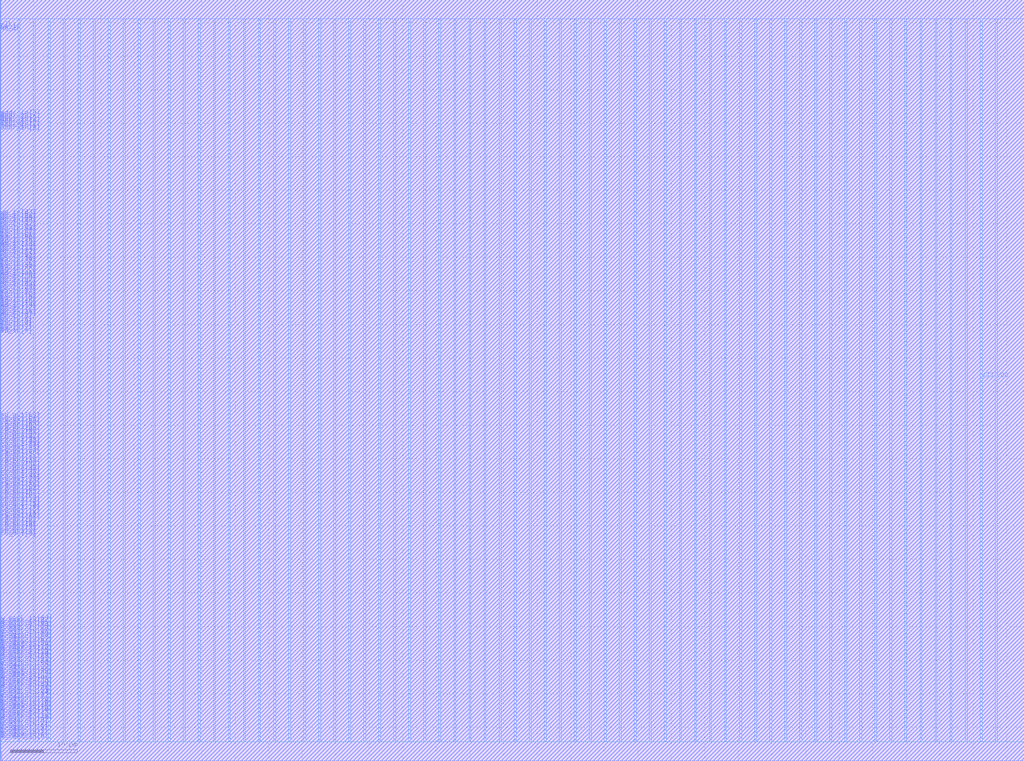
<source format=lef>
VERSION 5.7 ;
BUSBITCHARS "[]" ;
MACRO fakeram45_512x64_bottom
  FOREIGN fakeram45_512x64_bottom 0 0 ;
  SYMMETRY X Y R90 ;
  SIZE 0.19 BY 1.4 ;
  CLASS BLOCK ;
  PIN w_mask_in[0]
    DIRECTION INPUT ;
    USE SIGNAL ;
    SHAPE ABUTMENT ;
    PORT
      LAYER metal3 ;
      RECT 0.000 2.800 0.070 2.870 ;
    END
  END w_mask_in[0]
  PIN w_mask_in[1]
    DIRECTION INPUT ;
    USE SIGNAL ;
    SHAPE ABUTMENT ;
    PORT
      LAYER metal3 ;
      RECT 0.000 3.080 0.070 3.150 ;
    END
  END w_mask_in[1]
  PIN w_mask_in[2]
    DIRECTION INPUT ;
    USE SIGNAL ;
    SHAPE ABUTMENT ;
    PORT
      LAYER metal3 ;
      RECT 0.000 3.360 0.070 3.430 ;
    END
  END w_mask_in[2]
  PIN w_mask_in[3]
    DIRECTION INPUT ;
    USE SIGNAL ;
    SHAPE ABUTMENT ;
    PORT
      LAYER metal3 ;
      RECT 0.000 3.640 0.070 3.710 ;
    END
  END w_mask_in[3]
  PIN w_mask_in[4]
    DIRECTION INPUT ;
    USE SIGNAL ;
    SHAPE ABUTMENT ;
    PORT
      LAYER metal3 ;
      RECT 0.000 3.920 0.070 3.990 ;
    END
  END w_mask_in[4]
  PIN w_mask_in[5]
    DIRECTION INPUT ;
    USE SIGNAL ;
    SHAPE ABUTMENT ;
    PORT
      LAYER metal3 ;
      RECT 0.000 4.200 0.070 4.270 ;
    END
  END w_mask_in[5]
  PIN w_mask_in[6]
    DIRECTION INPUT ;
    USE SIGNAL ;
    SHAPE ABUTMENT ;
    PORT
      LAYER metal3 ;
      RECT 0.000 4.480 0.070 4.550 ;
    END
  END w_mask_in[6]
  PIN w_mask_in[7]
    DIRECTION INPUT ;
    USE SIGNAL ;
    SHAPE ABUTMENT ;
    PORT
      LAYER metal3 ;
      RECT 0.000 4.760 0.070 4.830 ;
    END
  END w_mask_in[7]
  PIN w_mask_in[8]
    DIRECTION INPUT ;
    USE SIGNAL ;
    SHAPE ABUTMENT ;
    PORT
      LAYER metal3 ;
      RECT 0.000 5.040 0.070 5.110 ;
    END
  END w_mask_in[8]
  PIN w_mask_in[9]
    DIRECTION INPUT ;
    USE SIGNAL ;
    SHAPE ABUTMENT ;
    PORT
      LAYER metal3 ;
      RECT 0.000 5.320 0.070 5.390 ;
    END
  END w_mask_in[9]
  PIN w_mask_in[10]
    DIRECTION INPUT ;
    USE SIGNAL ;
    SHAPE ABUTMENT ;
    PORT
      LAYER metal3 ;
      RECT 0.000 5.600 0.070 5.670 ;
    END
  END w_mask_in[10]
  PIN w_mask_in[11]
    DIRECTION INPUT ;
    USE SIGNAL ;
    SHAPE ABUTMENT ;
    PORT
      LAYER metal3 ;
      RECT 0.000 5.880 0.070 5.950 ;
    END
  END w_mask_in[11]
  PIN w_mask_in[12]
    DIRECTION INPUT ;
    USE SIGNAL ;
    SHAPE ABUTMENT ;
    PORT
      LAYER metal3 ;
      RECT 0.000 6.160 0.070 6.230 ;
    END
  END w_mask_in[12]
  PIN w_mask_in[13]
    DIRECTION INPUT ;
    USE SIGNAL ;
    SHAPE ABUTMENT ;
    PORT
      LAYER metal3 ;
      RECT 0.000 6.440 0.070 6.510 ;
    END
  END w_mask_in[13]
  PIN w_mask_in[14]
    DIRECTION INPUT ;
    USE SIGNAL ;
    SHAPE ABUTMENT ;
    PORT
      LAYER metal3 ;
      RECT 0.000 6.720 0.070 6.790 ;
    END
  END w_mask_in[14]
  PIN w_mask_in[15]
    DIRECTION INPUT ;
    USE SIGNAL ;
    SHAPE ABUTMENT ;
    PORT
      LAYER metal3 ;
      RECT 0.000 7.000 0.070 7.070 ;
    END
  END w_mask_in[15]
  PIN w_mask_in[16]
    DIRECTION INPUT ;
    USE SIGNAL ;
    SHAPE ABUTMENT ;
    PORT
      LAYER metal3 ;
      RECT 0.000 7.280 0.070 7.350 ;
    END
  END w_mask_in[16]
  PIN w_mask_in[17]
    DIRECTION INPUT ;
    USE SIGNAL ;
    SHAPE ABUTMENT ;
    PORT
      LAYER metal3 ;
      RECT 0.000 7.560 0.070 7.630 ;
    END
  END w_mask_in[17]
  PIN w_mask_in[18]
    DIRECTION INPUT ;
    USE SIGNAL ;
    SHAPE ABUTMENT ;
    PORT
      LAYER metal3 ;
      RECT 0.000 7.840 0.070 7.910 ;
    END
  END w_mask_in[18]
  PIN w_mask_in[19]
    DIRECTION INPUT ;
    USE SIGNAL ;
    SHAPE ABUTMENT ;
    PORT
      LAYER metal3 ;
      RECT 0.000 8.120 0.070 8.190 ;
    END
  END w_mask_in[19]
  PIN w_mask_in[20]
    DIRECTION INPUT ;
    USE SIGNAL ;
    SHAPE ABUTMENT ;
    PORT
      LAYER metal3 ;
      RECT 0.000 8.400 0.070 8.470 ;
    END
  END w_mask_in[20]
  PIN w_mask_in[21]
    DIRECTION INPUT ;
    USE SIGNAL ;
    SHAPE ABUTMENT ;
    PORT
      LAYER metal3 ;
      RECT 0.000 8.680 0.070 8.750 ;
    END
  END w_mask_in[21]
  PIN w_mask_in[22]
    DIRECTION INPUT ;
    USE SIGNAL ;
    SHAPE ABUTMENT ;
    PORT
      LAYER metal3 ;
      RECT 0.000 8.960 0.070 9.030 ;
    END
  END w_mask_in[22]
  PIN w_mask_in[23]
    DIRECTION INPUT ;
    USE SIGNAL ;
    SHAPE ABUTMENT ;
    PORT
      LAYER metal3 ;
      RECT 0.000 9.240 0.070 9.310 ;
    END
  END w_mask_in[23]
  PIN w_mask_in[24]
    DIRECTION INPUT ;
    USE SIGNAL ;
    SHAPE ABUTMENT ;
    PORT
      LAYER metal3 ;
      RECT 0.000 9.520 0.070 9.590 ;
    END
  END w_mask_in[24]
  PIN w_mask_in[25]
    DIRECTION INPUT ;
    USE SIGNAL ;
    SHAPE ABUTMENT ;
    PORT
      LAYER metal3 ;
      RECT 0.000 9.800 0.070 9.870 ;
    END
  END w_mask_in[25]
  PIN w_mask_in[26]
    DIRECTION INPUT ;
    USE SIGNAL ;
    SHAPE ABUTMENT ;
    PORT
      LAYER metal3 ;
      RECT 0.000 10.080 0.070 10.150 ;
    END
  END w_mask_in[26]
  PIN w_mask_in[27]
    DIRECTION INPUT ;
    USE SIGNAL ;
    SHAPE ABUTMENT ;
    PORT
      LAYER metal3 ;
      RECT 0.000 10.360 0.070 10.430 ;
    END
  END w_mask_in[27]
  PIN w_mask_in[28]
    DIRECTION INPUT ;
    USE SIGNAL ;
    SHAPE ABUTMENT ;
    PORT
      LAYER metal3 ;
      RECT 0.000 10.640 0.070 10.710 ;
    END
  END w_mask_in[28]
  PIN w_mask_in[29]
    DIRECTION INPUT ;
    USE SIGNAL ;
    SHAPE ABUTMENT ;
    PORT
      LAYER metal3 ;
      RECT 0.000 10.920 0.070 10.990 ;
    END
  END w_mask_in[29]
  PIN w_mask_in[30]
    DIRECTION INPUT ;
    USE SIGNAL ;
    SHAPE ABUTMENT ;
    PORT
      LAYER metal3 ;
      RECT 0.000 11.200 0.070 11.270 ;
    END
  END w_mask_in[30]
  PIN w_mask_in[31]
    DIRECTION INPUT ;
    USE SIGNAL ;
    SHAPE ABUTMENT ;
    PORT
      LAYER metal3 ;
      RECT 0.000 11.480 0.070 11.550 ;
    END
  END w_mask_in[31]
  PIN w_mask_in[32]
    DIRECTION INPUT ;
    USE SIGNAL ;
    SHAPE ABUTMENT ;
    PORT
      LAYER metal3 ;
      RECT 0.000 11.760 0.070 11.830 ;
    END
  END w_mask_in[32]
  PIN w_mask_in[33]
    DIRECTION INPUT ;
    USE SIGNAL ;
    SHAPE ABUTMENT ;
    PORT
      LAYER metal3 ;
      RECT 0.000 12.040 0.070 12.110 ;
    END
  END w_mask_in[33]
  PIN w_mask_in[34]
    DIRECTION INPUT ;
    USE SIGNAL ;
    SHAPE ABUTMENT ;
    PORT
      LAYER metal3 ;
      RECT 0.000 12.320 0.070 12.390 ;
    END
  END w_mask_in[34]
  PIN w_mask_in[35]
    DIRECTION INPUT ;
    USE SIGNAL ;
    SHAPE ABUTMENT ;
    PORT
      LAYER metal3 ;
      RECT 0.000 12.600 0.070 12.670 ;
    END
  END w_mask_in[35]
  PIN w_mask_in[36]
    DIRECTION INPUT ;
    USE SIGNAL ;
    SHAPE ABUTMENT ;
    PORT
      LAYER metal3 ;
      RECT 0.000 12.880 0.070 12.950 ;
    END
  END w_mask_in[36]
  PIN w_mask_in[37]
    DIRECTION INPUT ;
    USE SIGNAL ;
    SHAPE ABUTMENT ;
    PORT
      LAYER metal3 ;
      RECT 0.000 13.160 0.070 13.230 ;
    END
  END w_mask_in[37]
  PIN w_mask_in[38]
    DIRECTION INPUT ;
    USE SIGNAL ;
    SHAPE ABUTMENT ;
    PORT
      LAYER metal3 ;
      RECT 0.000 13.440 0.070 13.510 ;
    END
  END w_mask_in[38]
  PIN w_mask_in[39]
    DIRECTION INPUT ;
    USE SIGNAL ;
    SHAPE ABUTMENT ;
    PORT
      LAYER metal3 ;
      RECT 0.000 13.720 0.070 13.790 ;
    END
  END w_mask_in[39]
  PIN w_mask_in[40]
    DIRECTION INPUT ;
    USE SIGNAL ;
    SHAPE ABUTMENT ;
    PORT
      LAYER metal3 ;
      RECT 0.000 14.000 0.070 14.070 ;
    END
  END w_mask_in[40]
  PIN w_mask_in[41]
    DIRECTION INPUT ;
    USE SIGNAL ;
    SHAPE ABUTMENT ;
    PORT
      LAYER metal3 ;
      RECT 0.000 14.280 0.070 14.350 ;
    END
  END w_mask_in[41]
  PIN w_mask_in[42]
    DIRECTION INPUT ;
    USE SIGNAL ;
    SHAPE ABUTMENT ;
    PORT
      LAYER metal3 ;
      RECT 0.000 14.560 0.070 14.630 ;
    END
  END w_mask_in[42]
  PIN w_mask_in[43]
    DIRECTION INPUT ;
    USE SIGNAL ;
    SHAPE ABUTMENT ;
    PORT
      LAYER metal3 ;
      RECT 0.000 14.840 0.070 14.910 ;
    END
  END w_mask_in[43]
  PIN w_mask_in[44]
    DIRECTION INPUT ;
    USE SIGNAL ;
    SHAPE ABUTMENT ;
    PORT
      LAYER metal3 ;
      RECT 0.000 15.120 0.070 15.190 ;
    END
  END w_mask_in[44]
  PIN w_mask_in[45]
    DIRECTION INPUT ;
    USE SIGNAL ;
    SHAPE ABUTMENT ;
    PORT
      LAYER metal3 ;
      RECT 0.000 15.400 0.070 15.470 ;
    END
  END w_mask_in[45]
  PIN w_mask_in[46]
    DIRECTION INPUT ;
    USE SIGNAL ;
    SHAPE ABUTMENT ;
    PORT
      LAYER metal3 ;
      RECT 0.000 15.680 0.070 15.750 ;
    END
  END w_mask_in[46]
  PIN w_mask_in[47]
    DIRECTION INPUT ;
    USE SIGNAL ;
    SHAPE ABUTMENT ;
    PORT
      LAYER metal3 ;
      RECT 0.000 15.960 0.070 16.030 ;
    END
  END w_mask_in[47]
  PIN w_mask_in[48]
    DIRECTION INPUT ;
    USE SIGNAL ;
    SHAPE ABUTMENT ;
    PORT
      LAYER metal3 ;
      RECT 0.000 16.240 0.070 16.310 ;
    END
  END w_mask_in[48]
  PIN w_mask_in[49]
    DIRECTION INPUT ;
    USE SIGNAL ;
    SHAPE ABUTMENT ;
    PORT
      LAYER metal3 ;
      RECT 0.000 16.520 0.070 16.590 ;
    END
  END w_mask_in[49]
  PIN w_mask_in[50]
    DIRECTION INPUT ;
    USE SIGNAL ;
    SHAPE ABUTMENT ;
    PORT
      LAYER metal3 ;
      RECT 0.000 16.800 0.070 16.870 ;
    END
  END w_mask_in[50]
  PIN w_mask_in[51]
    DIRECTION INPUT ;
    USE SIGNAL ;
    SHAPE ABUTMENT ;
    PORT
      LAYER metal3 ;
      RECT 0.000 17.080 0.070 17.150 ;
    END
  END w_mask_in[51]
  PIN w_mask_in[52]
    DIRECTION INPUT ;
    USE SIGNAL ;
    SHAPE ABUTMENT ;
    PORT
      LAYER metal3 ;
      RECT 0.000 17.360 0.070 17.430 ;
    END
  END w_mask_in[52]
  PIN w_mask_in[53]
    DIRECTION INPUT ;
    USE SIGNAL ;
    SHAPE ABUTMENT ;
    PORT
      LAYER metal3 ;
      RECT 0.000 17.640 0.070 17.710 ;
    END
  END w_mask_in[53]
  PIN w_mask_in[54]
    DIRECTION INPUT ;
    USE SIGNAL ;
    SHAPE ABUTMENT ;
    PORT
      LAYER metal3 ;
      RECT 0.000 17.920 0.070 17.990 ;
    END
  END w_mask_in[54]
  PIN w_mask_in[55]
    DIRECTION INPUT ;
    USE SIGNAL ;
    SHAPE ABUTMENT ;
    PORT
      LAYER metal3 ;
      RECT 0.000 18.200 0.070 18.270 ;
    END
  END w_mask_in[55]
  PIN w_mask_in[56]
    DIRECTION INPUT ;
    USE SIGNAL ;
    SHAPE ABUTMENT ;
    PORT
      LAYER metal3 ;
      RECT 0.000 18.480 0.070 18.550 ;
    END
  END w_mask_in[56]
  PIN w_mask_in[57]
    DIRECTION INPUT ;
    USE SIGNAL ;
    SHAPE ABUTMENT ;
    PORT
      LAYER metal3 ;
      RECT 0.000 18.760 0.070 18.830 ;
    END
  END w_mask_in[57]
  PIN w_mask_in[58]
    DIRECTION INPUT ;
    USE SIGNAL ;
    SHAPE ABUTMENT ;
    PORT
      LAYER metal3 ;
      RECT 0.000 19.040 0.070 19.110 ;
    END
  END w_mask_in[58]
  PIN w_mask_in[59]
    DIRECTION INPUT ;
    USE SIGNAL ;
    SHAPE ABUTMENT ;
    PORT
      LAYER metal3 ;
      RECT 0.000 19.320 0.070 19.390 ;
    END
  END w_mask_in[59]
  PIN w_mask_in[60]
    DIRECTION INPUT ;
    USE SIGNAL ;
    SHAPE ABUTMENT ;
    PORT
      LAYER metal3 ;
      RECT 0.000 19.600 0.070 19.670 ;
    END
  END w_mask_in[60]
  PIN w_mask_in[61]
    DIRECTION INPUT ;
    USE SIGNAL ;
    SHAPE ABUTMENT ;
    PORT
      LAYER metal3 ;
      RECT 0.000 19.880 0.070 19.950 ;
    END
  END w_mask_in[61]
  PIN w_mask_in[62]
    DIRECTION INPUT ;
    USE SIGNAL ;
    SHAPE ABUTMENT ;
    PORT
      LAYER metal3 ;
      RECT 0.000 20.160 0.070 20.230 ;
    END
  END w_mask_in[62]
  PIN w_mask_in[63]
    DIRECTION INPUT ;
    USE SIGNAL ;
    SHAPE ABUTMENT ;
    PORT
      LAYER metal3 ;
      RECT 0.000 20.440 0.070 20.510 ;
    END
  END w_mask_in[63]
  PIN rd_out[0]
    DIRECTION OUTPUT ;
    USE SIGNAL ;
    SHAPE ABUTMENT ;
    PORT
      LAYER metal3 ;
      RECT 0.000 33.040 0.070 33.110 ;
    END
  END rd_out[0]
  PIN rd_out[1]
    DIRECTION OUTPUT ;
    USE SIGNAL ;
    SHAPE ABUTMENT ;
    PORT
      LAYER metal3 ;
      RECT 0.000 33.320 0.070 33.390 ;
    END
  END rd_out[1]
  PIN rd_out[2]
    DIRECTION OUTPUT ;
    USE SIGNAL ;
    SHAPE ABUTMENT ;
    PORT
      LAYER metal3 ;
      RECT 0.000 33.600 0.070 33.670 ;
    END
  END rd_out[2]
  PIN rd_out[3]
    DIRECTION OUTPUT ;
    USE SIGNAL ;
    SHAPE ABUTMENT ;
    PORT
      LAYER metal3 ;
      RECT 0.000 33.880 0.070 33.950 ;
    END
  END rd_out[3]
  PIN rd_out[4]
    DIRECTION OUTPUT ;
    USE SIGNAL ;
    SHAPE ABUTMENT ;
    PORT
      LAYER metal3 ;
      RECT 0.000 34.160 0.070 34.230 ;
    END
  END rd_out[4]
  PIN rd_out[5]
    DIRECTION OUTPUT ;
    USE SIGNAL ;
    SHAPE ABUTMENT ;
    PORT
      LAYER metal3 ;
      RECT 0.000 34.440 0.070 34.510 ;
    END
  END rd_out[5]
  PIN rd_out[6]
    DIRECTION OUTPUT ;
    USE SIGNAL ;
    SHAPE ABUTMENT ;
    PORT
      LAYER metal3 ;
      RECT 0.000 34.720 0.070 34.790 ;
    END
  END rd_out[6]
  PIN rd_out[7]
    DIRECTION OUTPUT ;
    USE SIGNAL ;
    SHAPE ABUTMENT ;
    PORT
      LAYER metal3 ;
      RECT 0.000 35.000 0.070 35.070 ;
    END
  END rd_out[7]
  PIN rd_out[8]
    DIRECTION OUTPUT ;
    USE SIGNAL ;
    SHAPE ABUTMENT ;
    PORT
      LAYER metal3 ;
      RECT 0.000 35.280 0.070 35.350 ;
    END
  END rd_out[8]
  PIN rd_out[9]
    DIRECTION OUTPUT ;
    USE SIGNAL ;
    SHAPE ABUTMENT ;
    PORT
      LAYER metal3 ;
      RECT 0.000 35.560 0.070 35.630 ;
    END
  END rd_out[9]
  PIN rd_out[10]
    DIRECTION OUTPUT ;
    USE SIGNAL ;
    SHAPE ABUTMENT ;
    PORT
      LAYER metal3 ;
      RECT 0.000 35.840 0.070 35.910 ;
    END
  END rd_out[10]
  PIN rd_out[11]
    DIRECTION OUTPUT ;
    USE SIGNAL ;
    SHAPE ABUTMENT ;
    PORT
      LAYER metal3 ;
      RECT 0.000 36.120 0.070 36.190 ;
    END
  END rd_out[11]
  PIN rd_out[12]
    DIRECTION OUTPUT ;
    USE SIGNAL ;
    SHAPE ABUTMENT ;
    PORT
      LAYER metal3 ;
      RECT 0.000 36.400 0.070 36.470 ;
    END
  END rd_out[12]
  PIN rd_out[13]
    DIRECTION OUTPUT ;
    USE SIGNAL ;
    SHAPE ABUTMENT ;
    PORT
      LAYER metal3 ;
      RECT 0.000 36.680 0.070 36.750 ;
    END
  END rd_out[13]
  PIN rd_out[14]
    DIRECTION OUTPUT ;
    USE SIGNAL ;
    SHAPE ABUTMENT ;
    PORT
      LAYER metal3 ;
      RECT 0.000 36.960 0.070 37.030 ;
    END
  END rd_out[14]
  PIN rd_out[15]
    DIRECTION OUTPUT ;
    USE SIGNAL ;
    SHAPE ABUTMENT ;
    PORT
      LAYER metal3 ;
      RECT 0.000 37.240 0.070 37.310 ;
    END
  END rd_out[15]
  PIN rd_out[16]
    DIRECTION OUTPUT ;
    USE SIGNAL ;
    SHAPE ABUTMENT ;
    PORT
      LAYER metal3 ;
      RECT 0.000 37.520 0.070 37.590 ;
    END
  END rd_out[16]
  PIN rd_out[17]
    DIRECTION OUTPUT ;
    USE SIGNAL ;
    SHAPE ABUTMENT ;
    PORT
      LAYER metal3 ;
      RECT 0.000 37.800 0.070 37.870 ;
    END
  END rd_out[17]
  PIN rd_out[18]
    DIRECTION OUTPUT ;
    USE SIGNAL ;
    SHAPE ABUTMENT ;
    PORT
      LAYER metal3 ;
      RECT 0.000 38.080 0.070 38.150 ;
    END
  END rd_out[18]
  PIN rd_out[19]
    DIRECTION OUTPUT ;
    USE SIGNAL ;
    SHAPE ABUTMENT ;
    PORT
      LAYER metal3 ;
      RECT 0.000 38.360 0.070 38.430 ;
    END
  END rd_out[19]
  PIN rd_out[20]
    DIRECTION OUTPUT ;
    USE SIGNAL ;
    SHAPE ABUTMENT ;
    PORT
      LAYER metal3 ;
      RECT 0.000 38.640 0.070 38.710 ;
    END
  END rd_out[20]
  PIN rd_out[21]
    DIRECTION OUTPUT ;
    USE SIGNAL ;
    SHAPE ABUTMENT ;
    PORT
      LAYER metal3 ;
      RECT 0.000 38.920 0.070 38.990 ;
    END
  END rd_out[21]
  PIN rd_out[22]
    DIRECTION OUTPUT ;
    USE SIGNAL ;
    SHAPE ABUTMENT ;
    PORT
      LAYER metal3 ;
      RECT 0.000 39.200 0.070 39.270 ;
    END
  END rd_out[22]
  PIN rd_out[23]
    DIRECTION OUTPUT ;
    USE SIGNAL ;
    SHAPE ABUTMENT ;
    PORT
      LAYER metal3 ;
      RECT 0.000 39.480 0.070 39.550 ;
    END
  END rd_out[23]
  PIN rd_out[24]
    DIRECTION OUTPUT ;
    USE SIGNAL ;
    SHAPE ABUTMENT ;
    PORT
      LAYER metal3 ;
      RECT 0.000 39.760 0.070 39.830 ;
    END
  END rd_out[24]
  PIN rd_out[25]
    DIRECTION OUTPUT ;
    USE SIGNAL ;
    SHAPE ABUTMENT ;
    PORT
      LAYER metal3 ;
      RECT 0.000 40.040 0.070 40.110 ;
    END
  END rd_out[25]
  PIN rd_out[26]
    DIRECTION OUTPUT ;
    USE SIGNAL ;
    SHAPE ABUTMENT ;
    PORT
      LAYER metal3 ;
      RECT 0.000 40.320 0.070 40.390 ;
    END
  END rd_out[26]
  PIN rd_out[27]
    DIRECTION OUTPUT ;
    USE SIGNAL ;
    SHAPE ABUTMENT ;
    PORT
      LAYER metal3 ;
      RECT 0.000 40.600 0.070 40.670 ;
    END
  END rd_out[27]
  PIN rd_out[28]
    DIRECTION OUTPUT ;
    USE SIGNAL ;
    SHAPE ABUTMENT ;
    PORT
      LAYER metal3 ;
      RECT 0.000 40.880 0.070 40.950 ;
    END
  END rd_out[28]
  PIN rd_out[29]
    DIRECTION OUTPUT ;
    USE SIGNAL ;
    SHAPE ABUTMENT ;
    PORT
      LAYER metal3 ;
      RECT 0.000 41.160 0.070 41.230 ;
    END
  END rd_out[29]
  PIN rd_out[30]
    DIRECTION OUTPUT ;
    USE SIGNAL ;
    SHAPE ABUTMENT ;
    PORT
      LAYER metal3 ;
      RECT 0.000 41.440 0.070 41.510 ;
    END
  END rd_out[30]
  PIN rd_out[31]
    DIRECTION OUTPUT ;
    USE SIGNAL ;
    SHAPE ABUTMENT ;
    PORT
      LAYER metal3 ;
      RECT 0.000 41.720 0.070 41.790 ;
    END
  END rd_out[31]
  PIN rd_out[32]
    DIRECTION OUTPUT ;
    USE SIGNAL ;
    SHAPE ABUTMENT ;
    PORT
      LAYER metal3 ;
      RECT 0.000 42.000 0.070 42.070 ;
    END
  END rd_out[32]
  PIN rd_out[33]
    DIRECTION OUTPUT ;
    USE SIGNAL ;
    SHAPE ABUTMENT ;
    PORT
      LAYER metal3 ;
      RECT 0.000 42.280 0.070 42.350 ;
    END
  END rd_out[33]
  PIN rd_out[34]
    DIRECTION OUTPUT ;
    USE SIGNAL ;
    SHAPE ABUTMENT ;
    PORT
      LAYER metal3 ;
      RECT 0.000 42.560 0.070 42.630 ;
    END
  END rd_out[34]
  PIN rd_out[35]
    DIRECTION OUTPUT ;
    USE SIGNAL ;
    SHAPE ABUTMENT ;
    PORT
      LAYER metal3 ;
      RECT 0.000 42.840 0.070 42.910 ;
    END
  END rd_out[35]
  PIN rd_out[36]
    DIRECTION OUTPUT ;
    USE SIGNAL ;
    SHAPE ABUTMENT ;
    PORT
      LAYER metal3 ;
      RECT 0.000 43.120 0.070 43.190 ;
    END
  END rd_out[36]
  PIN rd_out[37]
    DIRECTION OUTPUT ;
    USE SIGNAL ;
    SHAPE ABUTMENT ;
    PORT
      LAYER metal3 ;
      RECT 0.000 43.400 0.070 43.470 ;
    END
  END rd_out[37]
  PIN rd_out[38]
    DIRECTION OUTPUT ;
    USE SIGNAL ;
    SHAPE ABUTMENT ;
    PORT
      LAYER metal3 ;
      RECT 0.000 43.680 0.070 43.750 ;
    END
  END rd_out[38]
  PIN rd_out[39]
    DIRECTION OUTPUT ;
    USE SIGNAL ;
    SHAPE ABUTMENT ;
    PORT
      LAYER metal3 ;
      RECT 0.000 43.960 0.070 44.030 ;
    END
  END rd_out[39]
  PIN rd_out[40]
    DIRECTION OUTPUT ;
    USE SIGNAL ;
    SHAPE ABUTMENT ;
    PORT
      LAYER metal3 ;
      RECT 0.000 44.240 0.070 44.310 ;
    END
  END rd_out[40]
  PIN rd_out[41]
    DIRECTION OUTPUT ;
    USE SIGNAL ;
    SHAPE ABUTMENT ;
    PORT
      LAYER metal3 ;
      RECT 0.000 44.520 0.070 44.590 ;
    END
  END rd_out[41]
  PIN rd_out[42]
    DIRECTION OUTPUT ;
    USE SIGNAL ;
    SHAPE ABUTMENT ;
    PORT
      LAYER metal3 ;
      RECT 0.000 44.800 0.070 44.870 ;
    END
  END rd_out[42]
  PIN rd_out[43]
    DIRECTION OUTPUT ;
    USE SIGNAL ;
    SHAPE ABUTMENT ;
    PORT
      LAYER metal3 ;
      RECT 0.000 45.080 0.070 45.150 ;
    END
  END rd_out[43]
  PIN rd_out[44]
    DIRECTION OUTPUT ;
    USE SIGNAL ;
    SHAPE ABUTMENT ;
    PORT
      LAYER metal3 ;
      RECT 0.000 45.360 0.070 45.430 ;
    END
  END rd_out[44]
  PIN rd_out[45]
    DIRECTION OUTPUT ;
    USE SIGNAL ;
    SHAPE ABUTMENT ;
    PORT
      LAYER metal3 ;
      RECT 0.000 45.640 0.070 45.710 ;
    END
  END rd_out[45]
  PIN rd_out[46]
    DIRECTION OUTPUT ;
    USE SIGNAL ;
    SHAPE ABUTMENT ;
    PORT
      LAYER metal3 ;
      RECT 0.000 45.920 0.070 45.990 ;
    END
  END rd_out[46]
  PIN rd_out[47]
    DIRECTION OUTPUT ;
    USE SIGNAL ;
    SHAPE ABUTMENT ;
    PORT
      LAYER metal3 ;
      RECT 0.000 46.200 0.070 46.270 ;
    END
  END rd_out[47]
  PIN rd_out[48]
    DIRECTION OUTPUT ;
    USE SIGNAL ;
    SHAPE ABUTMENT ;
    PORT
      LAYER metal3 ;
      RECT 0.000 46.480 0.070 46.550 ;
    END
  END rd_out[48]
  PIN rd_out[49]
    DIRECTION OUTPUT ;
    USE SIGNAL ;
    SHAPE ABUTMENT ;
    PORT
      LAYER metal3 ;
      RECT 0.000 46.760 0.070 46.830 ;
    END
  END rd_out[49]
  PIN rd_out[50]
    DIRECTION OUTPUT ;
    USE SIGNAL ;
    SHAPE ABUTMENT ;
    PORT
      LAYER metal3 ;
      RECT 0.000 47.040 0.070 47.110 ;
    END
  END rd_out[50]
  PIN rd_out[51]
    DIRECTION OUTPUT ;
    USE SIGNAL ;
    SHAPE ABUTMENT ;
    PORT
      LAYER metal3 ;
      RECT 0.000 47.320 0.070 47.390 ;
    END
  END rd_out[51]
  PIN rd_out[52]
    DIRECTION OUTPUT ;
    USE SIGNAL ;
    SHAPE ABUTMENT ;
    PORT
      LAYER metal3 ;
      RECT 0.000 47.600 0.070 47.670 ;
    END
  END rd_out[52]
  PIN rd_out[53]
    DIRECTION OUTPUT ;
    USE SIGNAL ;
    SHAPE ABUTMENT ;
    PORT
      LAYER metal3 ;
      RECT 0.000 47.880 0.070 47.950 ;
    END
  END rd_out[53]
  PIN rd_out[54]
    DIRECTION OUTPUT ;
    USE SIGNAL ;
    SHAPE ABUTMENT ;
    PORT
      LAYER metal3 ;
      RECT 0.000 48.160 0.070 48.230 ;
    END
  END rd_out[54]
  PIN rd_out[55]
    DIRECTION OUTPUT ;
    USE SIGNAL ;
    SHAPE ABUTMENT ;
    PORT
      LAYER metal3 ;
      RECT 0.000 48.440 0.070 48.510 ;
    END
  END rd_out[55]
  PIN rd_out[56]
    DIRECTION OUTPUT ;
    USE SIGNAL ;
    SHAPE ABUTMENT ;
    PORT
      LAYER metal3 ;
      RECT 0.000 48.720 0.070 48.790 ;
    END
  END rd_out[56]
  PIN rd_out[57]
    DIRECTION OUTPUT ;
    USE SIGNAL ;
    SHAPE ABUTMENT ;
    PORT
      LAYER metal3 ;
      RECT 0.000 49.000 0.070 49.070 ;
    END
  END rd_out[57]
  PIN rd_out[58]
    DIRECTION OUTPUT ;
    USE SIGNAL ;
    SHAPE ABUTMENT ;
    PORT
      LAYER metal3 ;
      RECT 0.000 49.280 0.070 49.350 ;
    END
  END rd_out[58]
  PIN rd_out[59]
    DIRECTION OUTPUT ;
    USE SIGNAL ;
    SHAPE ABUTMENT ;
    PORT
      LAYER metal3 ;
      RECT 0.000 49.560 0.070 49.630 ;
    END
  END rd_out[59]
  PIN rd_out[60]
    DIRECTION OUTPUT ;
    USE SIGNAL ;
    SHAPE ABUTMENT ;
    PORT
      LAYER metal3 ;
      RECT 0.000 49.840 0.070 49.910 ;
    END
  END rd_out[60]
  PIN rd_out[61]
    DIRECTION OUTPUT ;
    USE SIGNAL ;
    SHAPE ABUTMENT ;
    PORT
      LAYER metal3 ;
      RECT 0.000 50.120 0.070 50.190 ;
    END
  END rd_out[61]
  PIN rd_out[62]
    DIRECTION OUTPUT ;
    USE SIGNAL ;
    SHAPE ABUTMENT ;
    PORT
      LAYER metal3 ;
      RECT 0.000 50.400 0.070 50.470 ;
    END
  END rd_out[62]
  PIN rd_out[63]
    DIRECTION OUTPUT ;
    USE SIGNAL ;
    SHAPE ABUTMENT ;
    PORT
      LAYER metal3 ;
      RECT 0.000 50.680 0.070 50.750 ;
    END
  END rd_out[63]
  PIN wd_in[0]
    DIRECTION INPUT ;
    USE SIGNAL ;
    SHAPE ABUTMENT ;
    PORT
      LAYER metal3 ;
      RECT 0.000 63.280 0.070 63.350 ;
    END
  END wd_in[0]
  PIN wd_in[1]
    DIRECTION INPUT ;
    USE SIGNAL ;
    SHAPE ABUTMENT ;
    PORT
      LAYER metal3 ;
      RECT 0.000 63.560 0.070 63.630 ;
    END
  END wd_in[1]
  PIN wd_in[2]
    DIRECTION INPUT ;
    USE SIGNAL ;
    SHAPE ABUTMENT ;
    PORT
      LAYER metal3 ;
      RECT 0.000 63.840 0.070 63.910 ;
    END
  END wd_in[2]
  PIN wd_in[3]
    DIRECTION INPUT ;
    USE SIGNAL ;
    SHAPE ABUTMENT ;
    PORT
      LAYER metal3 ;
      RECT 0.000 64.120 0.070 64.190 ;
    END
  END wd_in[3]
  PIN wd_in[4]
    DIRECTION INPUT ;
    USE SIGNAL ;
    SHAPE ABUTMENT ;
    PORT
      LAYER metal3 ;
      RECT 0.000 64.400 0.070 64.470 ;
    END
  END wd_in[4]
  PIN wd_in[5]
    DIRECTION INPUT ;
    USE SIGNAL ;
    SHAPE ABUTMENT ;
    PORT
      LAYER metal3 ;
      RECT 0.000 64.680 0.070 64.750 ;
    END
  END wd_in[5]
  PIN wd_in[6]
    DIRECTION INPUT ;
    USE SIGNAL ;
    SHAPE ABUTMENT ;
    PORT
      LAYER metal3 ;
      RECT 0.000 64.960 0.070 65.030 ;
    END
  END wd_in[6]
  PIN wd_in[7]
    DIRECTION INPUT ;
    USE SIGNAL ;
    SHAPE ABUTMENT ;
    PORT
      LAYER metal3 ;
      RECT 0.000 65.240 0.070 65.310 ;
    END
  END wd_in[7]
  PIN wd_in[8]
    DIRECTION INPUT ;
    USE SIGNAL ;
    SHAPE ABUTMENT ;
    PORT
      LAYER metal3 ;
      RECT 0.000 65.520 0.070 65.590 ;
    END
  END wd_in[8]
  PIN wd_in[9]
    DIRECTION INPUT ;
    USE SIGNAL ;
    SHAPE ABUTMENT ;
    PORT
      LAYER metal3 ;
      RECT 0.000 65.800 0.070 65.870 ;
    END
  END wd_in[9]
  PIN wd_in[10]
    DIRECTION INPUT ;
    USE SIGNAL ;
    SHAPE ABUTMENT ;
    PORT
      LAYER metal3 ;
      RECT 0.000 66.080 0.070 66.150 ;
    END
  END wd_in[10]
  PIN wd_in[11]
    DIRECTION INPUT ;
    USE SIGNAL ;
    SHAPE ABUTMENT ;
    PORT
      LAYER metal3 ;
      RECT 0.000 66.360 0.070 66.430 ;
    END
  END wd_in[11]
  PIN wd_in[12]
    DIRECTION INPUT ;
    USE SIGNAL ;
    SHAPE ABUTMENT ;
    PORT
      LAYER metal3 ;
      RECT 0.000 66.640 0.070 66.710 ;
    END
  END wd_in[12]
  PIN wd_in[13]
    DIRECTION INPUT ;
    USE SIGNAL ;
    SHAPE ABUTMENT ;
    PORT
      LAYER metal3 ;
      RECT 0.000 66.920 0.070 66.990 ;
    END
  END wd_in[13]
  PIN wd_in[14]
    DIRECTION INPUT ;
    USE SIGNAL ;
    SHAPE ABUTMENT ;
    PORT
      LAYER metal3 ;
      RECT 0.000 67.200 0.070 67.270 ;
    END
  END wd_in[14]
  PIN wd_in[15]
    DIRECTION INPUT ;
    USE SIGNAL ;
    SHAPE ABUTMENT ;
    PORT
      LAYER metal3 ;
      RECT 0.000 67.480 0.070 67.550 ;
    END
  END wd_in[15]
  PIN wd_in[16]
    DIRECTION INPUT ;
    USE SIGNAL ;
    SHAPE ABUTMENT ;
    PORT
      LAYER metal3 ;
      RECT 0.000 67.760 0.070 67.830 ;
    END
  END wd_in[16]
  PIN wd_in[17]
    DIRECTION INPUT ;
    USE SIGNAL ;
    SHAPE ABUTMENT ;
    PORT
      LAYER metal3 ;
      RECT 0.000 68.040 0.070 68.110 ;
    END
  END wd_in[17]
  PIN wd_in[18]
    DIRECTION INPUT ;
    USE SIGNAL ;
    SHAPE ABUTMENT ;
    PORT
      LAYER metal3 ;
      RECT 0.000 68.320 0.070 68.390 ;
    END
  END wd_in[18]
  PIN wd_in[19]
    DIRECTION INPUT ;
    USE SIGNAL ;
    SHAPE ABUTMENT ;
    PORT
      LAYER metal3 ;
      RECT 0.000 68.600 0.070 68.670 ;
    END
  END wd_in[19]
  PIN wd_in[20]
    DIRECTION INPUT ;
    USE SIGNAL ;
    SHAPE ABUTMENT ;
    PORT
      LAYER metal3 ;
      RECT 0.000 68.880 0.070 68.950 ;
    END
  END wd_in[20]
  PIN wd_in[21]
    DIRECTION INPUT ;
    USE SIGNAL ;
    SHAPE ABUTMENT ;
    PORT
      LAYER metal3 ;
      RECT 0.000 69.160 0.070 69.230 ;
    END
  END wd_in[21]
  PIN wd_in[22]
    DIRECTION INPUT ;
    USE SIGNAL ;
    SHAPE ABUTMENT ;
    PORT
      LAYER metal3 ;
      RECT 0.000 69.440 0.070 69.510 ;
    END
  END wd_in[22]
  PIN wd_in[23]
    DIRECTION INPUT ;
    USE SIGNAL ;
    SHAPE ABUTMENT ;
    PORT
      LAYER metal3 ;
      RECT 0.000 69.720 0.070 69.790 ;
    END
  END wd_in[23]
  PIN wd_in[24]
    DIRECTION INPUT ;
    USE SIGNAL ;
    SHAPE ABUTMENT ;
    PORT
      LAYER metal3 ;
      RECT 0.000 70.000 0.070 70.070 ;
    END
  END wd_in[24]
  PIN wd_in[25]
    DIRECTION INPUT ;
    USE SIGNAL ;
    SHAPE ABUTMENT ;
    PORT
      LAYER metal3 ;
      RECT 0.000 70.280 0.070 70.350 ;
    END
  END wd_in[25]
  PIN wd_in[26]
    DIRECTION INPUT ;
    USE SIGNAL ;
    SHAPE ABUTMENT ;
    PORT
      LAYER metal3 ;
      RECT 0.000 70.560 0.070 70.630 ;
    END
  END wd_in[26]
  PIN wd_in[27]
    DIRECTION INPUT ;
    USE SIGNAL ;
    SHAPE ABUTMENT ;
    PORT
      LAYER metal3 ;
      RECT 0.000 70.840 0.070 70.910 ;
    END
  END wd_in[27]
  PIN wd_in[28]
    DIRECTION INPUT ;
    USE SIGNAL ;
    SHAPE ABUTMENT ;
    PORT
      LAYER metal3 ;
      RECT 0.000 71.120 0.070 71.190 ;
    END
  END wd_in[28]
  PIN wd_in[29]
    DIRECTION INPUT ;
    USE SIGNAL ;
    SHAPE ABUTMENT ;
    PORT
      LAYER metal3 ;
      RECT 0.000 71.400 0.070 71.470 ;
    END
  END wd_in[29]
  PIN wd_in[30]
    DIRECTION INPUT ;
    USE SIGNAL ;
    SHAPE ABUTMENT ;
    PORT
      LAYER metal3 ;
      RECT 0.000 71.680 0.070 71.750 ;
    END
  END wd_in[30]
  PIN wd_in[31]
    DIRECTION INPUT ;
    USE SIGNAL ;
    SHAPE ABUTMENT ;
    PORT
      LAYER metal3 ;
      RECT 0.000 71.960 0.070 72.030 ;
    END
  END wd_in[31]
  PIN wd_in[32]
    DIRECTION INPUT ;
    USE SIGNAL ;
    SHAPE ABUTMENT ;
    PORT
      LAYER metal3 ;
      RECT 0.000 72.240 0.070 72.310 ;
    END
  END wd_in[32]
  PIN wd_in[33]
    DIRECTION INPUT ;
    USE SIGNAL ;
    SHAPE ABUTMENT ;
    PORT
      LAYER metal3 ;
      RECT 0.000 72.520 0.070 72.590 ;
    END
  END wd_in[33]
  PIN wd_in[34]
    DIRECTION INPUT ;
    USE SIGNAL ;
    SHAPE ABUTMENT ;
    PORT
      LAYER metal3 ;
      RECT 0.000 72.800 0.070 72.870 ;
    END
  END wd_in[34]
  PIN wd_in[35]
    DIRECTION INPUT ;
    USE SIGNAL ;
    SHAPE ABUTMENT ;
    PORT
      LAYER metal3 ;
      RECT 0.000 73.080 0.070 73.150 ;
    END
  END wd_in[35]
  PIN wd_in[36]
    DIRECTION INPUT ;
    USE SIGNAL ;
    SHAPE ABUTMENT ;
    PORT
      LAYER metal3 ;
      RECT 0.000 73.360 0.070 73.430 ;
    END
  END wd_in[36]
  PIN wd_in[37]
    DIRECTION INPUT ;
    USE SIGNAL ;
    SHAPE ABUTMENT ;
    PORT
      LAYER metal3 ;
      RECT 0.000 73.640 0.070 73.710 ;
    END
  END wd_in[37]
  PIN wd_in[38]
    DIRECTION INPUT ;
    USE SIGNAL ;
    SHAPE ABUTMENT ;
    PORT
      LAYER metal3 ;
      RECT 0.000 73.920 0.070 73.990 ;
    END
  END wd_in[38]
  PIN wd_in[39]
    DIRECTION INPUT ;
    USE SIGNAL ;
    SHAPE ABUTMENT ;
    PORT
      LAYER metal3 ;
      RECT 0.000 74.200 0.070 74.270 ;
    END
  END wd_in[39]
  PIN wd_in[40]
    DIRECTION INPUT ;
    USE SIGNAL ;
    SHAPE ABUTMENT ;
    PORT
      LAYER metal3 ;
      RECT 0.000 74.480 0.070 74.550 ;
    END
  END wd_in[40]
  PIN wd_in[41]
    DIRECTION INPUT ;
    USE SIGNAL ;
    SHAPE ABUTMENT ;
    PORT
      LAYER metal3 ;
      RECT 0.000 74.760 0.070 74.830 ;
    END
  END wd_in[41]
  PIN wd_in[42]
    DIRECTION INPUT ;
    USE SIGNAL ;
    SHAPE ABUTMENT ;
    PORT
      LAYER metal3 ;
      RECT 0.000 75.040 0.070 75.110 ;
    END
  END wd_in[42]
  PIN wd_in[43]
    DIRECTION INPUT ;
    USE SIGNAL ;
    SHAPE ABUTMENT ;
    PORT
      LAYER metal3 ;
      RECT 0.000 75.320 0.070 75.390 ;
    END
  END wd_in[43]
  PIN wd_in[44]
    DIRECTION INPUT ;
    USE SIGNAL ;
    SHAPE ABUTMENT ;
    PORT
      LAYER metal3 ;
      RECT 0.000 75.600 0.070 75.670 ;
    END
  END wd_in[44]
  PIN wd_in[45]
    DIRECTION INPUT ;
    USE SIGNAL ;
    SHAPE ABUTMENT ;
    PORT
      LAYER metal3 ;
      RECT 0.000 75.880 0.070 75.950 ;
    END
  END wd_in[45]
  PIN wd_in[46]
    DIRECTION INPUT ;
    USE SIGNAL ;
    SHAPE ABUTMENT ;
    PORT
      LAYER metal3 ;
      RECT 0.000 76.160 0.070 76.230 ;
    END
  END wd_in[46]
  PIN wd_in[47]
    DIRECTION INPUT ;
    USE SIGNAL ;
    SHAPE ABUTMENT ;
    PORT
      LAYER metal3 ;
      RECT 0.000 76.440 0.070 76.510 ;
    END
  END wd_in[47]
  PIN wd_in[48]
    DIRECTION INPUT ;
    USE SIGNAL ;
    SHAPE ABUTMENT ;
    PORT
      LAYER metal3 ;
      RECT 0.000 76.720 0.070 76.790 ;
    END
  END wd_in[48]
  PIN wd_in[49]
    DIRECTION INPUT ;
    USE SIGNAL ;
    SHAPE ABUTMENT ;
    PORT
      LAYER metal3 ;
      RECT 0.000 77.000 0.070 77.070 ;
    END
  END wd_in[49]
  PIN wd_in[50]
    DIRECTION INPUT ;
    USE SIGNAL ;
    SHAPE ABUTMENT ;
    PORT
      LAYER metal3 ;
      RECT 0.000 77.280 0.070 77.350 ;
    END
  END wd_in[50]
  PIN wd_in[51]
    DIRECTION INPUT ;
    USE SIGNAL ;
    SHAPE ABUTMENT ;
    PORT
      LAYER metal3 ;
      RECT 0.000 77.560 0.070 77.630 ;
    END
  END wd_in[51]
  PIN wd_in[52]
    DIRECTION INPUT ;
    USE SIGNAL ;
    SHAPE ABUTMENT ;
    PORT
      LAYER metal3 ;
      RECT 0.000 77.840 0.070 77.910 ;
    END
  END wd_in[52]
  PIN wd_in[53]
    DIRECTION INPUT ;
    USE SIGNAL ;
    SHAPE ABUTMENT ;
    PORT
      LAYER metal3 ;
      RECT 0.000 78.120 0.070 78.190 ;
    END
  END wd_in[53]
  PIN wd_in[54]
    DIRECTION INPUT ;
    USE SIGNAL ;
    SHAPE ABUTMENT ;
    PORT
      LAYER metal3 ;
      RECT 0.000 78.400 0.070 78.470 ;
    END
  END wd_in[54]
  PIN wd_in[55]
    DIRECTION INPUT ;
    USE SIGNAL ;
    SHAPE ABUTMENT ;
    PORT
      LAYER metal3 ;
      RECT 0.000 78.680 0.070 78.750 ;
    END
  END wd_in[55]
  PIN wd_in[56]
    DIRECTION INPUT ;
    USE SIGNAL ;
    SHAPE ABUTMENT ;
    PORT
      LAYER metal3 ;
      RECT 0.000 78.960 0.070 79.030 ;
    END
  END wd_in[56]
  PIN wd_in[57]
    DIRECTION INPUT ;
    USE SIGNAL ;
    SHAPE ABUTMENT ;
    PORT
      LAYER metal3 ;
      RECT 0.000 79.240 0.070 79.310 ;
    END
  END wd_in[57]
  PIN wd_in[58]
    DIRECTION INPUT ;
    USE SIGNAL ;
    SHAPE ABUTMENT ;
    PORT
      LAYER metal3 ;
      RECT 0.000 79.520 0.070 79.590 ;
    END
  END wd_in[58]
  PIN wd_in[59]
    DIRECTION INPUT ;
    USE SIGNAL ;
    SHAPE ABUTMENT ;
    PORT
      LAYER metal3 ;
      RECT 0.000 79.800 0.070 79.870 ;
    END
  END wd_in[59]
  PIN wd_in[60]
    DIRECTION INPUT ;
    USE SIGNAL ;
    SHAPE ABUTMENT ;
    PORT
      LAYER metal3 ;
      RECT 0.000 80.080 0.070 80.150 ;
    END
  END wd_in[60]
  PIN wd_in[61]
    DIRECTION INPUT ;
    USE SIGNAL ;
    SHAPE ABUTMENT ;
    PORT
      LAYER metal3 ;
      RECT 0.000 80.360 0.070 80.430 ;
    END
  END wd_in[61]
  PIN wd_in[62]
    DIRECTION INPUT ;
    USE SIGNAL ;
    SHAPE ABUTMENT ;
    PORT
      LAYER metal3 ;
      RECT 0.000 80.640 0.070 80.710 ;
    END
  END wd_in[62]
  PIN wd_in[63]
    DIRECTION INPUT ;
    USE SIGNAL ;
    SHAPE ABUTMENT ;
    PORT
      LAYER metal3 ;
      RECT 0.000 80.920 0.070 80.990 ;
    END
  END wd_in[63]
  PIN addr_in[0]
    DIRECTION INPUT ;
    USE SIGNAL ;
    SHAPE ABUTMENT ;
    PORT
      LAYER metal3 ;
      RECT 0.000 93.520 0.070 93.590 ;
    END
  END addr_in[0]
  PIN addr_in[1]
    DIRECTION INPUT ;
    USE SIGNAL ;
    SHAPE ABUTMENT ;
    PORT
      LAYER metal3 ;
      RECT 0.000 93.800 0.070 93.870 ;
    END
  END addr_in[1]
  PIN addr_in[2]
    DIRECTION INPUT ;
    USE SIGNAL ;
    SHAPE ABUTMENT ;
    PORT
      LAYER metal3 ;
      RECT 0.000 94.080 0.070 94.150 ;
    END
  END addr_in[2]
  PIN addr_in[3]
    DIRECTION INPUT ;
    USE SIGNAL ;
    SHAPE ABUTMENT ;
    PORT
      LAYER metal3 ;
      RECT 0.000 94.360 0.070 94.430 ;
    END
  END addr_in[3]
  PIN addr_in[4]
    DIRECTION INPUT ;
    USE SIGNAL ;
    SHAPE ABUTMENT ;
    PORT
      LAYER metal3 ;
      RECT 0.000 94.640 0.070 94.710 ;
    END
  END addr_in[4]
  PIN addr_in[5]
    DIRECTION INPUT ;
    USE SIGNAL ;
    SHAPE ABUTMENT ;
    PORT
      LAYER metal3 ;
      RECT 0.000 94.920 0.070 94.990 ;
    END
  END addr_in[5]
  PIN addr_in[6]
    DIRECTION INPUT ;
    USE SIGNAL ;
    SHAPE ABUTMENT ;
    PORT
      LAYER metal3 ;
      RECT 0.000 95.200 0.070 95.270 ;
    END
  END addr_in[6]
  PIN addr_in[7]
    DIRECTION INPUT ;
    USE SIGNAL ;
    SHAPE ABUTMENT ;
    PORT
      LAYER metal3 ;
      RECT 0.000 95.480 0.070 95.550 ;
    END
  END addr_in[7]
  PIN addr_in[8]
    DIRECTION INPUT ;
    USE SIGNAL ;
    SHAPE ABUTMENT ;
    PORT
      LAYER metal3 ;
      RECT 0.000 95.760 0.070 95.830 ;
    END
  END addr_in[8]
  PIN we_in
    DIRECTION INPUT ;
    USE SIGNAL ;
    SHAPE ABUTMENT ;
    PORT
      LAYER metal3 ;
      RECT 0.000 108.360 0.070 108.430 ;
    END
  END we_in
  PIN ce_in
    DIRECTION INPUT ;
    USE SIGNAL ;
    SHAPE ABUTMENT ;
    PORT
      LAYER metal3 ;
      RECT 0.000 108.640 0.070 108.710 ;
    END
  END ce_in
  PIN clk
    DIRECTION INPUT ;
    USE SIGNAL ;
    SHAPE ABUTMENT ;
    PORT
      LAYER metal3 ;
      RECT 0.000 108.920 0.070 108.990 ;
    END
  END clk
  PIN VSS
    DIRECTION INOUT ;
    USE GROUND ;
    PORT
      LAYER metal4 ;
      RECT 2.660 2.800 2.940 110.600 ;
      RECT 7.140 2.800 7.420 110.600 ;
      RECT 11.620 2.800 11.900 110.600 ;
      RECT 16.100 2.800 16.380 110.600 ;
      RECT 20.580 2.800 20.860 110.600 ;
      RECT 25.060 2.800 25.340 110.600 ;
      RECT 29.540 2.800 29.820 110.600 ;
      RECT 34.020 2.800 34.300 110.600 ;
      RECT 38.500 2.800 38.780 110.600 ;
      RECT 42.980 2.800 43.260 110.600 ;
      RECT 47.460 2.800 47.740 110.600 ;
      RECT 51.940 2.800 52.220 110.600 ;
      RECT 56.420 2.800 56.700 110.600 ;
      RECT 60.900 2.800 61.180 110.600 ;
      RECT 65.380 2.800 65.660 110.600 ;
      RECT 69.860 2.800 70.140 110.600 ;
      RECT 74.340 2.800 74.620 110.600 ;
      RECT 78.820 2.800 79.100 110.600 ;
      RECT 83.300 2.800 83.580 110.600 ;
      RECT 87.780 2.800 88.060 110.600 ;
      RECT 92.260 2.800 92.540 110.600 ;
      RECT 96.740 2.800 97.020 110.600 ;
      RECT 101.220 2.800 101.500 110.600 ;
      RECT 105.700 2.800 105.980 110.600 ;
      RECT 110.180 2.800 110.460 110.600 ;
      RECT 114.660 2.800 114.940 110.600 ;
      RECT 119.140 2.800 119.420 110.600 ;
      RECT 123.620 2.800 123.900 110.600 ;
      RECT 128.100 2.800 128.380 110.600 ;
      RECT 132.580 2.800 132.860 110.600 ;
      RECT 137.060 2.800 137.340 110.600 ;
      RECT 141.540 2.800 141.820 110.600 ;
      RECT 146.020 2.800 146.300 110.600 ;
    END
  END VSS
  PIN VDD
    DIRECTION INOUT ;
    USE POWER ;
    PORT
      LAYER metal4 ;
      RECT 4.900 2.800 5.180 110.600 ;
      RECT 9.380 2.800 9.660 110.600 ;
      RECT 13.860 2.800 14.140 110.600 ;
      RECT 18.340 2.800 18.620 110.600 ;
      RECT 22.820 2.800 23.100 110.600 ;
      RECT 27.300 2.800 27.580 110.600 ;
      RECT 31.780 2.800 32.060 110.600 ;
      RECT 36.260 2.800 36.540 110.600 ;
      RECT 40.740 2.800 41.020 110.600 ;
      RECT 45.220 2.800 45.500 110.600 ;
      RECT 49.700 2.800 49.980 110.600 ;
      RECT 54.180 2.800 54.460 110.600 ;
      RECT 58.660 2.800 58.940 110.600 ;
      RECT 63.140 2.800 63.420 110.600 ;
      RECT 67.620 2.800 67.900 110.600 ;
      RECT 72.100 2.800 72.380 110.600 ;
      RECT 76.580 2.800 76.860 110.600 ;
      RECT 81.060 2.800 81.340 110.600 ;
      RECT 85.540 2.800 85.820 110.600 ;
      RECT 90.020 2.800 90.300 110.600 ;
      RECT 94.500 2.800 94.780 110.600 ;
      RECT 98.980 2.800 99.260 110.600 ;
      RECT 103.460 2.800 103.740 110.600 ;
      RECT 107.940 2.800 108.220 110.600 ;
      RECT 112.420 2.800 112.700 110.600 ;
      RECT 116.900 2.800 117.180 110.600 ;
      RECT 121.380 2.800 121.660 110.600 ;
      RECT 125.860 2.800 126.140 110.600 ;
      RECT 130.340 2.800 130.620 110.600 ;
      RECT 134.820 2.800 135.100 110.600 ;
      RECT 139.300 2.800 139.580 110.600 ;
      RECT 143.780 2.800 144.060 110.600 ;
      RECT 148.260 2.800 148.540 110.600 ;
    END
  END VDD
  OBS
    LAYER metal1 ;
    RECT 0 0 152.570 113.400 ;
    LAYER metal2 ;
    RECT 0 0 152.570 113.400 ;
    LAYER metal3 ;
    RECT 0.070 0 152.570 113.400 ;
    RECT 0 0.000 0.070 2.800 ;
    RECT 0 2.870 0.070 3.080 ;
    RECT 0 3.150 0.070 3.360 ;
    RECT 0 3.430 0.070 3.640 ;
    RECT 0 3.710 0.070 3.920 ;
    RECT 0 3.990 0.070 4.200 ;
    RECT 0 4.270 0.070 4.480 ;
    RECT 0 4.550 0.070 4.760 ;
    RECT 0 4.830 0.070 5.040 ;
    RECT 0 5.110 0.070 5.320 ;
    RECT 0 5.390 0.070 5.600 ;
    RECT 0 5.670 0.070 5.880 ;
    RECT 0 5.950 0.070 6.160 ;
    RECT 0 6.230 0.070 6.440 ;
    RECT 0 6.510 0.070 6.720 ;
    RECT 0 6.790 0.070 7.000 ;
    RECT 0 7.070 0.070 7.280 ;
    RECT 0 7.350 0.070 7.560 ;
    RECT 0 7.630 0.070 7.840 ;
    RECT 0 7.910 0.070 8.120 ;
    RECT 0 8.190 0.070 8.400 ;
    RECT 0 8.470 0.070 8.680 ;
    RECT 0 8.750 0.070 8.960 ;
    RECT 0 9.030 0.070 9.240 ;
    RECT 0 9.310 0.070 9.520 ;
    RECT 0 9.590 0.070 9.800 ;
    RECT 0 9.870 0.070 10.080 ;
    RECT 0 10.150 0.070 10.360 ;
    RECT 0 10.430 0.070 10.640 ;
    RECT 0 10.710 0.070 10.920 ;
    RECT 0 10.990 0.070 11.200 ;
    RECT 0 11.270 0.070 11.480 ;
    RECT 0 11.550 0.070 11.760 ;
    RECT 0 11.830 0.070 12.040 ;
    RECT 0 12.110 0.070 12.320 ;
    RECT 0 12.390 0.070 12.600 ;
    RECT 0 12.670 0.070 12.880 ;
    RECT 0 12.950 0.070 13.160 ;
    RECT 0 13.230 0.070 13.440 ;
    RECT 0 13.510 0.070 13.720 ;
    RECT 0 13.790 0.070 14.000 ;
    RECT 0 14.070 0.070 14.280 ;
    RECT 0 14.350 0.070 14.560 ;
    RECT 0 14.630 0.070 14.840 ;
    RECT 0 14.910 0.070 15.120 ;
    RECT 0 15.190 0.070 15.400 ;
    RECT 0 15.470 0.070 15.680 ;
    RECT 0 15.750 0.070 15.960 ;
    RECT 0 16.030 0.070 16.240 ;
    RECT 0 16.310 0.070 16.520 ;
    RECT 0 16.590 0.070 16.800 ;
    RECT 0 16.870 0.070 17.080 ;
    RECT 0 17.150 0.070 17.360 ;
    RECT 0 17.430 0.070 17.640 ;
    RECT 0 17.710 0.070 17.920 ;
    RECT 0 17.990 0.070 18.200 ;
    RECT 0 18.270 0.070 18.480 ;
    RECT 0 18.550 0.070 18.760 ;
    RECT 0 18.830 0.070 19.040 ;
    RECT 0 19.110 0.070 19.320 ;
    RECT 0 19.390 0.070 19.600 ;
    RECT 0 19.670 0.070 19.880 ;
    RECT 0 19.950 0.070 20.160 ;
    RECT 0 20.230 0.070 20.440 ;
    RECT 0 20.510 0.070 33.040 ;
    RECT 0 33.110 0.070 33.320 ;
    RECT 0 33.390 0.070 33.600 ;
    RECT 0 33.670 0.070 33.880 ;
    RECT 0 33.950 0.070 34.160 ;
    RECT 0 34.230 0.070 34.440 ;
    RECT 0 34.510 0.070 34.720 ;
    RECT 0 34.790 0.070 35.000 ;
    RECT 0 35.070 0.070 35.280 ;
    RECT 0 35.350 0.070 35.560 ;
    RECT 0 35.630 0.070 35.840 ;
    RECT 0 35.910 0.070 36.120 ;
    RECT 0 36.190 0.070 36.400 ;
    RECT 0 36.470 0.070 36.680 ;
    RECT 0 36.750 0.070 36.960 ;
    RECT 0 37.030 0.070 37.240 ;
    RECT 0 37.310 0.070 37.520 ;
    RECT 0 37.590 0.070 37.800 ;
    RECT 0 37.870 0.070 38.080 ;
    RECT 0 38.150 0.070 38.360 ;
    RECT 0 38.430 0.070 38.640 ;
    RECT 0 38.710 0.070 38.920 ;
    RECT 0 38.990 0.070 39.200 ;
    RECT 0 39.270 0.070 39.480 ;
    RECT 0 39.550 0.070 39.760 ;
    RECT 0 39.830 0.070 40.040 ;
    RECT 0 40.110 0.070 40.320 ;
    RECT 0 40.390 0.070 40.600 ;
    RECT 0 40.670 0.070 40.880 ;
    RECT 0 40.950 0.070 41.160 ;
    RECT 0 41.230 0.070 41.440 ;
    RECT 0 41.510 0.070 41.720 ;
    RECT 0 41.790 0.070 42.000 ;
    RECT 0 42.070 0.070 42.280 ;
    RECT 0 42.350 0.070 42.560 ;
    RECT 0 42.630 0.070 42.840 ;
    RECT 0 42.910 0.070 43.120 ;
    RECT 0 43.190 0.070 43.400 ;
    RECT 0 43.470 0.070 43.680 ;
    RECT 0 43.750 0.070 43.960 ;
    RECT 0 44.030 0.070 44.240 ;
    RECT 0 44.310 0.070 44.520 ;
    RECT 0 44.590 0.070 44.800 ;
    RECT 0 44.870 0.070 45.080 ;
    RECT 0 45.150 0.070 45.360 ;
    RECT 0 45.430 0.070 45.640 ;
    RECT 0 45.710 0.070 45.920 ;
    RECT 0 45.990 0.070 46.200 ;
    RECT 0 46.270 0.070 46.480 ;
    RECT 0 46.550 0.070 46.760 ;
    RECT 0 46.830 0.070 47.040 ;
    RECT 0 47.110 0.070 47.320 ;
    RECT 0 47.390 0.070 47.600 ;
    RECT 0 47.670 0.070 47.880 ;
    RECT 0 47.950 0.070 48.160 ;
    RECT 0 48.230 0.070 48.440 ;
    RECT 0 48.510 0.070 48.720 ;
    RECT 0 48.790 0.070 49.000 ;
    RECT 0 49.070 0.070 49.280 ;
    RECT 0 49.350 0.070 49.560 ;
    RECT 0 49.630 0.070 49.840 ;
    RECT 0 49.910 0.070 50.120 ;
    RECT 0 50.190 0.070 50.400 ;
    RECT 0 50.470 0.070 50.680 ;
    RECT 0 50.750 0.070 63.280 ;
    RECT 0 63.350 0.070 63.560 ;
    RECT 0 63.630 0.070 63.840 ;
    RECT 0 63.910 0.070 64.120 ;
    RECT 0 64.190 0.070 64.400 ;
    RECT 0 64.470 0.070 64.680 ;
    RECT 0 64.750 0.070 64.960 ;
    RECT 0 65.030 0.070 65.240 ;
    RECT 0 65.310 0.070 65.520 ;
    RECT 0 65.590 0.070 65.800 ;
    RECT 0 65.870 0.070 66.080 ;
    RECT 0 66.150 0.070 66.360 ;
    RECT 0 66.430 0.070 66.640 ;
    RECT 0 66.710 0.070 66.920 ;
    RECT 0 66.990 0.070 67.200 ;
    RECT 0 67.270 0.070 67.480 ;
    RECT 0 67.550 0.070 67.760 ;
    RECT 0 67.830 0.070 68.040 ;
    RECT 0 68.110 0.070 68.320 ;
    RECT 0 68.390 0.070 68.600 ;
    RECT 0 68.670 0.070 68.880 ;
    RECT 0 68.950 0.070 69.160 ;
    RECT 0 69.230 0.070 69.440 ;
    RECT 0 69.510 0.070 69.720 ;
    RECT 0 69.790 0.070 70.000 ;
    RECT 0 70.070 0.070 70.280 ;
    RECT 0 70.350 0.070 70.560 ;
    RECT 0 70.630 0.070 70.840 ;
    RECT 0 70.910 0.070 71.120 ;
    RECT 0 71.190 0.070 71.400 ;
    RECT 0 71.470 0.070 71.680 ;
    RECT 0 71.750 0.070 71.960 ;
    RECT 0 72.030 0.070 72.240 ;
    RECT 0 72.310 0.070 72.520 ;
    RECT 0 72.590 0.070 72.800 ;
    RECT 0 72.870 0.070 73.080 ;
    RECT 0 73.150 0.070 73.360 ;
    RECT 0 73.430 0.070 73.640 ;
    RECT 0 73.710 0.070 73.920 ;
    RECT 0 73.990 0.070 74.200 ;
    RECT 0 74.270 0.070 74.480 ;
    RECT 0 74.550 0.070 74.760 ;
    RECT 0 74.830 0.070 75.040 ;
    RECT 0 75.110 0.070 75.320 ;
    RECT 0 75.390 0.070 75.600 ;
    RECT 0 75.670 0.070 75.880 ;
    RECT 0 75.950 0.070 76.160 ;
    RECT 0 76.230 0.070 76.440 ;
    RECT 0 76.510 0.070 76.720 ;
    RECT 0 76.790 0.070 77.000 ;
    RECT 0 77.070 0.070 77.280 ;
    RECT 0 77.350 0.070 77.560 ;
    RECT 0 77.630 0.070 77.840 ;
    RECT 0 77.910 0.070 78.120 ;
    RECT 0 78.190 0.070 78.400 ;
    RECT 0 78.470 0.070 78.680 ;
    RECT 0 78.750 0.070 78.960 ;
    RECT 0 79.030 0.070 79.240 ;
    RECT 0 79.310 0.070 79.520 ;
    RECT 0 79.590 0.070 79.800 ;
    RECT 0 79.870 0.070 80.080 ;
    RECT 0 80.150 0.070 80.360 ;
    RECT 0 80.430 0.070 80.640 ;
    RECT 0 80.710 0.070 80.920 ;
    RECT 0 80.990 0.070 93.520 ;
    RECT 0 93.590 0.070 93.800 ;
    RECT 0 93.870 0.070 94.080 ;
    RECT 0 94.150 0.070 94.360 ;
    RECT 0 94.430 0.070 94.640 ;
    RECT 0 94.710 0.070 94.920 ;
    RECT 0 94.990 0.070 95.200 ;
    RECT 0 95.270 0.070 95.480 ;
    RECT 0 95.550 0.070 95.760 ;
    RECT 0 95.830 0.070 108.360 ;
    RECT 0 108.430 0.070 108.640 ;
    RECT 0 108.710 0.070 108.920 ;
    RECT 0 108.990 0.070 113.400 ;
    LAYER metal4 ;
    RECT 0 0 152.570 2.800 ;
    RECT 0 110.600 152.570 113.400 ;
    RECT 0.000 2.800 2.660 110.600 ;
    RECT 2.940 2.800 4.900 110.600 ;
    RECT 5.180 2.800 7.140 110.600 ;
    RECT 7.420 2.800 9.380 110.600 ;
    RECT 9.660 2.800 11.620 110.600 ;
    RECT 11.900 2.800 13.860 110.600 ;
    RECT 14.140 2.800 16.100 110.600 ;
    RECT 16.380 2.800 18.340 110.600 ;
    RECT 18.620 2.800 20.580 110.600 ;
    RECT 20.860 2.800 22.820 110.600 ;
    RECT 23.100 2.800 25.060 110.600 ;
    RECT 25.340 2.800 27.300 110.600 ;
    RECT 27.580 2.800 29.540 110.600 ;
    RECT 29.820 2.800 31.780 110.600 ;
    RECT 32.060 2.800 34.020 110.600 ;
    RECT 34.300 2.800 36.260 110.600 ;
    RECT 36.540 2.800 38.500 110.600 ;
    RECT 38.780 2.800 40.740 110.600 ;
    RECT 41.020 2.800 42.980 110.600 ;
    RECT 43.260 2.800 45.220 110.600 ;
    RECT 45.500 2.800 47.460 110.600 ;
    RECT 47.740 2.800 49.700 110.600 ;
    RECT 49.980 2.800 51.940 110.600 ;
    RECT 52.220 2.800 54.180 110.600 ;
    RECT 54.460 2.800 56.420 110.600 ;
    RECT 56.700 2.800 58.660 110.600 ;
    RECT 58.940 2.800 60.900 110.600 ;
    RECT 61.180 2.800 63.140 110.600 ;
    RECT 63.420 2.800 65.380 110.600 ;
    RECT 65.660 2.800 67.620 110.600 ;
    RECT 67.900 2.800 69.860 110.600 ;
    RECT 70.140 2.800 72.100 110.600 ;
    RECT 72.380 2.800 74.340 110.600 ;
    RECT 74.620 2.800 76.580 110.600 ;
    RECT 76.860 2.800 78.820 110.600 ;
    RECT 79.100 2.800 81.060 110.600 ;
    RECT 81.340 2.800 83.300 110.600 ;
    RECT 83.580 2.800 85.540 110.600 ;
    RECT 85.820 2.800 87.780 110.600 ;
    RECT 88.060 2.800 90.020 110.600 ;
    RECT 90.300 2.800 92.260 110.600 ;
    RECT 92.540 2.800 94.500 110.600 ;
    RECT 94.780 2.800 96.740 110.600 ;
    RECT 97.020 2.800 98.980 110.600 ;
    RECT 99.260 2.800 101.220 110.600 ;
    RECT 101.500 2.800 103.460 110.600 ;
    RECT 103.740 2.800 105.700 110.600 ;
    RECT 105.980 2.800 107.940 110.600 ;
    RECT 108.220 2.800 110.180 110.600 ;
    RECT 110.460 2.800 112.420 110.600 ;
    RECT 112.700 2.800 114.660 110.600 ;
    RECT 114.940 2.800 116.900 110.600 ;
    RECT 117.180 2.800 119.140 110.600 ;
    RECT 119.420 2.800 121.380 110.600 ;
    RECT 121.660 2.800 123.620 110.600 ;
    RECT 123.900 2.800 125.860 110.600 ;
    RECT 126.140 2.800 128.100 110.600 ;
    RECT 128.380 2.800 130.340 110.600 ;
    RECT 130.620 2.800 132.580 110.600 ;
    RECT 132.860 2.800 134.820 110.600 ;
    RECT 135.100 2.800 137.060 110.600 ;
    RECT 137.340 2.800 139.300 110.600 ;
    RECT 139.580 2.800 141.540 110.600 ;
    RECT 141.820 2.800 143.780 110.600 ;
    RECT 144.060 2.800 146.020 110.600 ;
    RECT 146.300 2.800 148.260 110.600 ;
    RECT 148.540 2.800 152.570 110.600 ;
  END
END fakeram45_512x64_bottom

END LIBRARY

</source>
